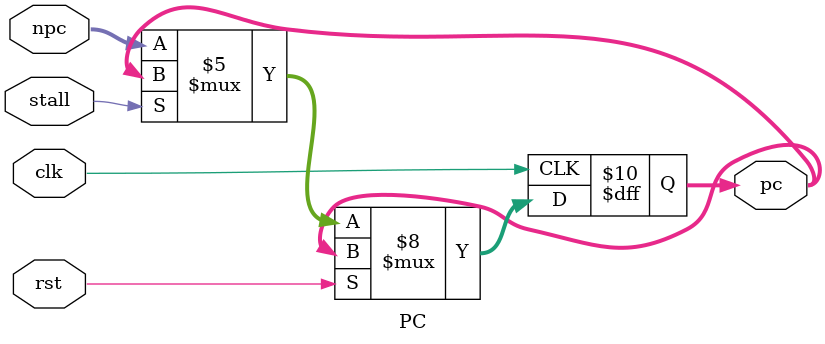
<source format=v>
module PC( clk, rst, stall, npc, pc );

  input              clk;
  input              rst;
  input              stall;
  input       [31:0] npc;
  output reg  [31:0] pc;

  initial
    begin
      PC <= 32'h0000_0000;
    end

  always @(posedge clk, posedge rst)
  begin
    if (rst) 
      PC <= 32'h0000_0000;
    else
      begin
        if(!stall)
          pc <= npc;
        else
          pc <= pc;
      end
   end
      
endmodule


</source>
